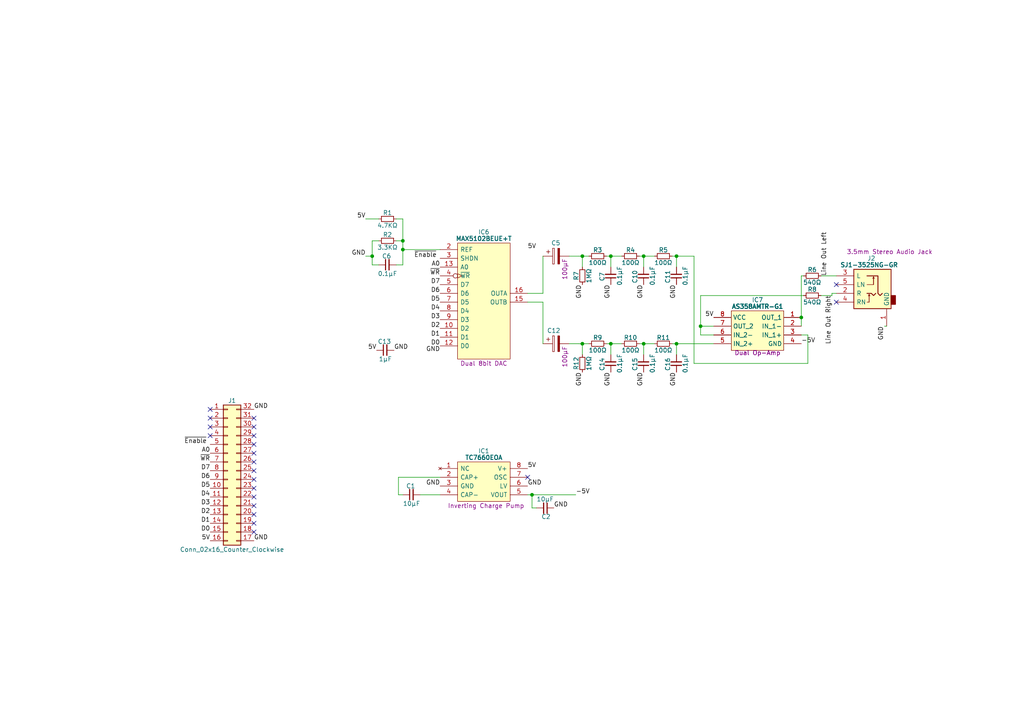
<source format=kicad_sch>
(kicad_sch (version 20230121) (generator eeschema)
  (paper "A4")
  (lib_symbols
    (symbol "CUI_Devices:SJ1-3525NG-GR" (pin_names (offset 0.762))
      (property "Reference" "J" (at 6.985 5.08 0))
      (property "Value" "SJ1-3525NG-GR" (at 7.62 3.175 0))
      (property "Description" "3.5mm Stereo Audio Jack" (at 3.175 -10.795 0))
      (symbol "SJ1-3525NG-GR_0_1"
        (rectangle (start 0 -5.715) (end 1.27 -8.255) (stroke (width 0.254)) (fill (type outline)))
        (rectangle (start 1.27 1.905) (end 12.065 -9.525) (stroke (width 0.254)) (fill (type background)))
      )
      (symbol "SJ1-3525NG-GR_1_0"
        (pin passive line (at 2.54 -14.605 90) (length 5.08) (name "GND") (number "1"))
        (pin input line (at 17.145 -5.08 180) (length 5.08) (name "R") (number "2"))
        (pin input line (at 17.145 0 180) (length 5.08) (name "L") (number "3"))
        (pin passive line (at 17.145 -7.62 180) (length 5.08) (name "RN") (number "4"))
        (pin passive line (at 17.145 -2.54 180) (length 5.08) (name "LN") (number "5"))
      )
      (symbol "SJ1-3525NG-GR_1_1"
        (polyline (pts (xy 6.35 -2.54) (xy 6.35 -0.254) (xy 6.604 -0.762)))
        (polyline (pts (xy 7.62 -7.62) (xy 7.62 -5.334) (xy 7.874 -5.842)))
        (polyline (pts (xy 5.715 -5.08) (xy 6.35 -5.715) (xy 6.985 -5.08) (xy 8.255 -5.08)) (stroke (width 0.254)))
        (polyline (pts (xy 8.255 -7.62) (xy 7.62 -7.62) (xy 7.62 -5.334) (xy 7.366 -5.842)))
        (polyline (pts (xy 8.255 -2.54) (xy 6.35 -2.54) (xy 6.35 -0.254) (xy 6.096 -0.762)))
        (polyline (pts (xy 8.255 0) (xy 5.08 0) (xy 5.08 -5.08) (xy 4.445 -5.715) (xy 3.81 -5.08)) (stroke (width 0.254)))
      )
    )
    (symbol "Connector_Generic:Conn_02x16_Counter_Clockwise" (pin_names (offset 1.016) hide)
      (property "Reference" "J" (at 1.27 20.32 0))
      (property "Value" "Conn_02x16_Counter_Clockwise" (at 1.27 -22.86 0))
      (symbol "Conn_02x16_Counter_Clockwise_1_1"
        (rectangle (start -1.27 -20.193) (end 0 -20.447) (stroke (width 0.1524)))
        (rectangle (start -1.27 -17.653) (end 0 -17.907) (stroke (width 0.1524)))
        (rectangle (start -1.27 -15.113) (end 0 -15.367) (stroke (width 0.1524)))
        (rectangle (start -1.27 -12.573) (end 0 -12.827) (stroke (width 0.1524)))
        (rectangle (start -1.27 -10.033) (end 0 -10.287) (stroke (width 0.1524)))
        (rectangle (start -1.27 -7.493) (end 0 -7.747) (stroke (width 0.1524)))
        (rectangle (start -1.27 -4.953) (end 0 -5.207) (stroke (width 0.1524)))
        (rectangle (start -1.27 -2.413) (end 0 -2.667) (stroke (width 0.1524)))
        (rectangle (start -1.27 0.127) (end 0 -0.127) (stroke (width 0.1524)))
        (rectangle (start -1.27 2.667) (end 0 2.413) (stroke (width 0.1524)))
        (rectangle (start -1.27 5.207) (end 0 4.953) (stroke (width 0.1524)))
        (rectangle (start -1.27 7.747) (end 0 7.493) (stroke (width 0.1524)))
        (rectangle (start -1.27 10.287) (end 0 10.033) (stroke (width 0.1524)))
        (rectangle (start -1.27 12.827) (end 0 12.573) (stroke (width 0.1524)))
        (rectangle (start -1.27 15.367) (end 0 15.113) (stroke (width 0.1524)))
        (rectangle (start -1.27 17.907) (end 0 17.653) (stroke (width 0.1524)))
        (rectangle (start -1.27 19.05) (end 3.81 -21.59) (stroke (width 0.254)) (fill (type background)))
        (rectangle (start 3.81 -20.193) (end 2.54 -20.447) (stroke (width 0.1524)))
        (rectangle (start 3.81 -17.653) (end 2.54 -17.907) (stroke (width 0.1524)))
        (rectangle (start 3.81 -15.113) (end 2.54 -15.367) (stroke (width 0.1524)))
        (rectangle (start 3.81 -12.573) (end 2.54 -12.827) (stroke (width 0.1524)))
        (rectangle (start 3.81 -10.033) (end 2.54 -10.287) (stroke (width 0.1524)))
        (rectangle (start 3.81 -7.493) (end 2.54 -7.747) (stroke (width 0.1524)))
        (rectangle (start 3.81 -4.953) (end 2.54 -5.207) (stroke (width 0.1524)))
        (rectangle (start 3.81 -2.413) (end 2.54 -2.667) (stroke (width 0.1524)))
        (rectangle (start 3.81 0.127) (end 2.54 -0.127) (stroke (width 0.1524)))
        (rectangle (start 3.81 2.667) (end 2.54 2.413) (stroke (width 0.1524)))
        (rectangle (start 3.81 5.207) (end 2.54 4.953) (stroke (width 0.1524)))
        (rectangle (start 3.81 7.747) (end 2.54 7.493) (stroke (width 0.1524)))
        (rectangle (start 3.81 10.287) (end 2.54 10.033) (stroke (width 0.1524)))
        (rectangle (start 3.81 12.827) (end 2.54 12.573) (stroke (width 0.1524)))
        (rectangle (start 3.81 15.367) (end 2.54 15.113) (stroke (width 0.1524)))
        (rectangle (start 3.81 17.907) (end 2.54 17.653) (stroke (width 0.1524)))
        (pin passive line (at -5.08 17.78 0) (length 3.81) (name "Pin_1") (number "1"))
        (pin passive line (at -5.08 -5.08 0) (length 3.81) (name "Pin_10") (number "10"))
        (pin passive line (at -5.08 -7.62 0) (length 3.81) (name "Pin_11") (number "11"))
        (pin passive line (at -5.08 -10.16 0) (length 3.81) (name "Pin_12") (number "12"))
        (pin passive line (at -5.08 -12.7 0) (length 3.81) (name "Pin_13") (number "13"))
        (pin passive line (at -5.08 -15.24 0) (length 3.81) (name "Pin_14") (number "14"))
        (pin passive line (at -5.08 -17.78 0) (length 3.81) (name "Pin_15") (number "15"))
        (pin passive line (at -5.08 -20.32 0) (length 3.81) (name "Pin_16") (number "16"))
        (pin passive line (at 7.62 -20.32 180) (length 3.81) (name "Pin_17") (number "17"))
        (pin passive line (at 7.62 -17.78 180) (length 3.81) (name "Pin_18") (number "18"))
        (pin passive line (at 7.62 -15.24 180) (length 3.81) (name "Pin_19") (number "19"))
        (pin passive line (at -5.08 15.24 0) (length 3.81) (name "Pin_2") (number "2"))
        (pin passive line (at 7.62 -12.7 180) (length 3.81) (name "Pin_20") (number "20"))
        (pin passive line (at 7.62 -10.16 180) (length 3.81) (name "Pin_21") (number "21"))
        (pin passive line (at 7.62 -7.62 180) (length 3.81) (name "Pin_22") (number "22"))
        (pin passive line (at 7.62 -5.08 180) (length 3.81) (name "Pin_23") (number "23"))
        (pin passive line (at 7.62 -2.54 180) (length 3.81) (name "Pin_24") (number "24"))
        (pin passive line (at 7.62 0 180) (length 3.81) (name "Pin_25") (number "25"))
        (pin passive line (at 7.62 2.54 180) (length 3.81) (name "Pin_26") (number "26"))
        (pin passive line (at 7.62 5.08 180) (length 3.81) (name "Pin_27") (number "27"))
        (pin passive line (at 7.62 7.62 180) (length 3.81) (name "Pin_28") (number "28"))
        (pin passive line (at 7.62 10.16 180) (length 3.81) (name "Pin_29") (number "29"))
        (pin passive line (at -5.08 12.7 0) (length 3.81) (name "Pin_3") (number "3"))
        (pin passive line (at 7.62 12.7 180) (length 3.81) (name "Pin_30") (number "30"))
        (pin passive line (at 7.62 15.24 180) (length 3.81) (name "Pin_31") (number "31"))
        (pin passive line (at 7.62 17.78 180) (length 3.81) (name "Pin_32") (number "32"))
        (pin passive line (at -5.08 10.16 0) (length 3.81) (name "Pin_4") (number "4"))
        (pin passive line (at -5.08 7.62 0) (length 3.81) (name "Pin_5") (number "5"))
        (pin passive line (at -5.08 5.08 0) (length 3.81) (name "Pin_6") (number "6"))
        (pin passive line (at -5.08 2.54 0) (length 3.81) (name "Pin_7") (number "7"))
        (pin passive line (at -5.08 0 0) (length 3.81) (name "Pin_8") (number "8"))
        (pin passive line (at -5.08 -2.54 0) (length 3.81) (name "Pin_9") (number "9"))
      )
    )
    (symbol "Diodes_Inc:AS358AMTR-G1"
      (property "Reference" "IC" (at 12.7 5.08 0))
      (property "Value" "AS358AMTR-G1" (at 12.7 3.175 0))
      (property "Description" "Dual Op-Amp" (at 12.7 -9.525 0))
      (symbol "AS358AMTR-G1_0_1"
        (polyline (pts (xy 5.08 1.905) (xy 20.32 1.905) (xy 20.32 -9.525) (xy 5.08 -9.525) (xy 5.08 1.905)) (stroke (width 0.1524)) (fill (type background)))
      )
      (symbol "AS358AMTR-G1_1_1"
        (pin output line (at 0 0 0) (length 5.08) (name "OUT_1") (number "1"))
        (pin input line (at 0 -2.54 0) (length 5.08) (name "IN_1-") (number "2"))
        (pin input line (at 0 -5.08 0) (length 5.08) (name "IN_1+") (number "3"))
        (pin passive line (at 0 -7.62 0) (length 5.08) (name "GND") (number "4"))
        (pin input line (at 25.4 -7.62 180) (length 5.08) (name "IN_2+") (number "5"))
        (pin input line (at 25.4 -5.08 180) (length 5.08) (name "IN_2-") (number "6"))
        (pin output line (at 25.4 -2.54 180) (length 5.08) (name "OUT_2") (number "7"))
        (pin passive line (at 25.4 0 180) (length 5.08) (name "VCC") (number "8"))
      )
    )
    (symbol "HCP65:C_0805" (pin_numbers hide) (pin_names (offset 0.254) hide)
      (property "Reference" "C" (at 2.286 2.54 0))
      (property "Value" "?μF" (at 2.54 -2.54 0))
      (symbol "C_0805_0_1"
        (polyline (pts (xy 1.9685 -1.4605) (xy 1.9685 1.5875)) (stroke (width 0.3048)))
        (polyline (pts (xy 2.9845 -1.4605) (xy 2.9845 1.5875)) (stroke (width 0.3302)))
      )
      (symbol "C_0805_1_1"
        (pin passive line (at 0 0 0) (length 2.032) (name "~") (number "1"))
        (pin passive line (at 5.08 0 180) (length 2.032) (name "~") (number "2"))
      )
    )
    (symbol "HCP65:C_Polarized" (pin_numbers hide) (pin_names (offset 0.254))
      (property "Reference" "C" (at 0.635 2.54 0))
      (property "Description" "?μF" (at 0.635 -2.54 0))
      (symbol "C_Polarized_0_1"
        (rectangle (start -2.286 0.508) (end 2.286 1.016))
        (polyline (pts (xy -1.778 2.286) (xy -0.762 2.286)))
        (polyline (pts (xy -1.27 2.794) (xy -1.27 1.778)))
        (rectangle (start 2.286 -0.508) (end -2.286 -1.016) (fill (type outline)))
      )
      (symbol "C_Polarized_1_1"
        (pin passive line (at 0 3.81 270) (length 2.794) (name "~") (number "1"))
        (pin passive line (at 0 -3.81 90) (length 2.794) (name "~") (number "2"))
      )
    )
    (symbol "HCP65:R_0805" (pin_numbers hide) (pin_names hide)
      (property "Reference" "R" (at 2.54 1.778 0))
      (property "Value" "?Ω" (at 2.54 -1.905 0))
      (symbol "R_0805_0_1"
        (rectangle (start 0.762 0.762) (end 4.318 -0.762) (stroke (width 0.2032)))
      )
      (symbol "R_0805_1_1"
        (pin passive line (at 0 0 0) (length 0.72) (name "~") (number "1"))
        (pin passive line (at 5.08 0 180) (length 0.72) (name "~") (number "2"))
      )
    )
    (symbol "Maxim:MAX5102BEUE+T" (pin_names (offset 0.762))
      (property "Reference" "IC" (at 12.7 5.08 0))
      (property "Value" "MAX5102BEUE+T" (at 12.7 3.175 0))
      (property "Description" "Dual 8bit DAC" (at 12.7 -33.02 0))
      (symbol "MAX5102BEUE+T_0_0"
        (pin passive line (at 25.4 0 180) (length 5.08) hide (name "VDD") (number "1"))
        (pin input line (at 0 -22.86 0) (length 5.08) (name "D2") (number "10"))
        (pin input line (at 0 -25.4 0) (length 5.08) (name "D1") (number "11"))
        (pin input line (at 0 -27.94 0) (length 5.08) (name "D0") (number "12"))
        (pin input line (at 0 -5.08 0) (length 5.08) (name "A0") (number "13"))
        (pin passive line (at 0 -29.845 0) (length 5.08) hide (name "GND") (number "14"))
        (pin output line (at 25.4 -15.24 180) (length 5.08) (name "OUTB") (number "15"))
        (pin output line (at 25.4 -12.7 180) (length 5.08) (name "OUTA") (number "16"))
        (pin input line (at 0 0 0) (length 5.08) (name "REF") (number "2"))
        (pin input line (at 0 -2.54 0) (length 5.08) (name "SHDN") (number "3"))
        (pin input line (at 0 -10.16 0) (length 5.08) (name "D7") (number "5"))
        (pin input line (at 0 -12.7 0) (length 5.08) (name "D6") (number "6"))
        (pin input line (at 0 -15.24 0) (length 5.08) (name "D5") (number "7"))
        (pin input line (at 0 -17.78 0) (length 5.08) (name "D4") (number "8"))
        (pin input line (at 0 -20.32 0) (length 5.08) (name "D3") (number "9"))
      )
      (symbol "MAX5102BEUE+T_0_1"
        (polyline (pts (xy 5.08 1.905) (xy 20.32 1.905) (xy 20.32 -31.75) (xy 5.08 -31.75) (xy 5.08 1.905)) (stroke (width 0.1524)) (fill (type background)))
      )
      (symbol "MAX5102BEUE+T_1_0"
        (pin input inverted_clock (at 0 -7.62 0) (length 5.08) (name "~{WR}") (number "4"))
      )
    )
    (symbol "Microchip:TC7660EOA" (pin_names (offset 0.762))
      (property "Reference" "IC" (at 12.7 5.08 0))
      (property "Value" "TC7660EOA" (at 12.7 3.175 0))
      (property "Description" "Inverting Charge Pump" (at 13.335 -10.795 0))
      (symbol "TC7660EOA_0_0"
        (pin no_connect line (at 0 0 0) (length 5.08) (name "NC") (number "1"))
        (pin passive line (at 0 -2.54 0) (length 5.08) (name "CAP+") (number "2"))
        (pin passive line (at 0 -5.08 0) (length 5.08) (name "GND") (number "3"))
        (pin passive line (at 0 -7.62 0) (length 5.08) (name "CAP-") (number "4"))
        (pin passive line (at 25.4 -7.62 180) (length 5.08) (name "VOUT") (number "5"))
        (pin passive line (at 25.4 -5.08 180) (length 5.08) (name "LV") (number "6"))
        (pin passive line (at 25.4 -2.54 180) (length 5.08) (name "OSC") (number "7"))
        (pin passive line (at 25.4 0 180) (length 5.08) (name "V+") (number "8"))
      )
      (symbol "TC7660EOA_0_1"
        (polyline (pts (xy 5.08 1.905) (xy 20.32 1.905) (xy 20.32 -9.525) (xy 5.08 -9.525) (xy 5.08 1.905)) (stroke (width 0.1524)) (fill (type background)))
      )
    )
    (symbol "R_0805_1" (pin_numbers hide) (pin_names hide)
      (property "Reference" "R" (at 2.54 1.778 0))
      (property "Value" "?Ω" (at 2.54 -1.905 0))
      (symbol "R_0805_1_0_1"
        (rectangle (start 0.762 0.762) (end 4.318 -0.762) (stroke (width 0.2032)))
      )
      (symbol "R_0805_1_1_1"
        (pin passive line (at 0 0 0) (length 0.72) (name "~") (number "1"))
        (pin passive line (at 5.08 0 180) (length 0.72) (name "~") (number "2"))
      )
    )
    (symbol "R_0805_10" (pin_numbers hide) (pin_names hide)
      (property "Reference" "R" (at 2.54 1.778 0))
      (property "Value" "?Ω" (at 2.54 -1.905 0))
      (symbol "R_0805_10_0_1"
        (rectangle (start 0.762 0.762) (end 4.318 -0.762) (stroke (width 0.2032)))
      )
      (symbol "R_0805_10_1_1"
        (pin passive line (at 0 0 0) (length 0.72) (name "~") (number "1"))
        (pin passive line (at 5.08 0 180) (length 0.72) (name "~") (number "2"))
      )
    )
    (symbol "R_0805_2" (pin_numbers hide) (pin_names hide)
      (property "Reference" "R" (at 2.54 1.778 0))
      (property "Value" "?Ω" (at 2.54 -1.905 0))
      (symbol "R_0805_2_0_1"
        (rectangle (start 0.762 0.762) (end 4.318 -0.762) (stroke (width 0.2032)))
      )
      (symbol "R_0805_2_1_1"
        (pin passive line (at 0 0 0) (length 0.72) (name "~") (number "1"))
        (pin passive line (at 5.08 0 180) (length 0.72) (name "~") (number "2"))
      )
    )
    (symbol "R_0805_3" (pin_numbers hide) (pin_names hide)
      (property "Reference" "R" (at 2.54 1.778 0))
      (property "Value" "?Ω" (at 2.54 -1.905 0))
      (symbol "R_0805_3_0_1"
        (rectangle (start 0.762 0.762) (end 4.318 -0.762) (stroke (width 0.2032)))
      )
      (symbol "R_0805_3_1_1"
        (pin passive line (at 0 0 0) (length 0.72) (name "~") (number "1"))
        (pin passive line (at 5.08 0 180) (length 0.72) (name "~") (number "2"))
      )
    )
    (symbol "R_0805_4" (pin_numbers hide) (pin_names hide)
      (property "Reference" "R" (at 2.54 1.778 0))
      (property "Value" "?Ω" (at 2.54 -1.905 0))
      (symbol "R_0805_4_0_1"
        (rectangle (start 0.762 0.762) (end 4.318 -0.762) (stroke (width 0.2032)))
      )
      (symbol "R_0805_4_1_1"
        (pin passive line (at 0 0 0) (length 0.72) (name "~") (number "1"))
        (pin passive line (at 5.08 0 180) (length 0.72) (name "~") (number "2"))
      )
    )
    (symbol "R_0805_5" (pin_numbers hide) (pin_names hide)
      (property "Reference" "R" (at 2.54 1.778 0))
      (property "Value" "?Ω" (at 2.54 -1.905 0))
      (symbol "R_0805_5_0_1"
        (rectangle (start 0.762 0.762) (end 4.318 -0.762) (stroke (width 0.2032)))
      )
      (symbol "R_0805_5_1_1"
        (pin passive line (at 0 0 0) (length 0.72) (name "~") (number "1"))
        (pin passive line (at 5.08 0 180) (length 0.72) (name "~") (number "2"))
      )
    )
    (symbol "R_0805_6" (pin_numbers hide) (pin_names hide)
      (property "Reference" "R" (at 2.54 1.778 0))
      (property "Value" "?Ω" (at 2.54 -1.905 0))
      (symbol "R_0805_6_0_1"
        (rectangle (start 0.762 0.762) (end 4.318 -0.762) (stroke (width 0.2032)))
      )
      (symbol "R_0805_6_1_1"
        (pin passive line (at 0 0 0) (length 0.72) (name "~") (number "1"))
        (pin passive line (at 5.08 0 180) (length 0.72) (name "~") (number "2"))
      )
    )
    (symbol "R_0805_7" (pin_numbers hide) (pin_names hide)
      (property "Reference" "R" (at 2.54 1.778 0))
      (property "Value" "?Ω" (at 2.54 -1.905 0))
      (symbol "R_0805_7_0_1"
        (rectangle (start 0.762 0.762) (end 4.318 -0.762) (stroke (width 0.2032)))
      )
      (symbol "R_0805_7_1_1"
        (pin passive line (at 0 0 0) (length 0.72) (name "~") (number "1"))
        (pin passive line (at 5.08 0 180) (length 0.72) (name "~") (number "2"))
      )
    )
    (symbol "R_0805_8" (pin_numbers hide) (pin_names hide)
      (property "Reference" "R" (at 2.54 1.778 0))
      (property "Value" "?Ω" (at 2.54 -1.905 0))
      (symbol "R_0805_8_0_1"
        (rectangle (start 0.762 0.762) (end 4.318 -0.762) (stroke (width 0.2032)))
      )
      (symbol "R_0805_8_1_1"
        (pin passive line (at 0 0 0) (length 0.72) (name "~") (number "1"))
        (pin passive line (at 5.08 0 180) (length 0.72) (name "~") (number "2"))
      )
    )
    (symbol "R_0805_9" (pin_numbers hide) (pin_names hide)
      (property "Reference" "R" (at 2.54 1.778 0))
      (property "Value" "?Ω" (at 2.54 -1.905 0))
      (symbol "R_0805_9_0_1"
        (rectangle (start 0.762 0.762) (end 4.318 -0.762) (stroke (width 0.2032)))
      )
      (symbol "R_0805_9_1_1"
        (pin passive line (at 0 0 0) (length 0.72) (name "~") (number "1"))
        (pin passive line (at 5.08 0 180) (length 0.72) (name "~") (number "2"))
      )
    )
  )
  (junction (at 168.91 99.695))
  (junction (at 196.215 99.695))
  (junction (at 186.69 74.295))
  (junction (at 177.165 99.695))
  (junction (at 116.84 69.85))
  (junction (at 203.2 94.615))
  (junction (at 177.165 74.295))
  (junction (at 168.91 74.295))
  (junction (at 107.95 74.295))
  (junction (at 232.41 92.075))
  (junction (at 154.305 143.51))
  (junction (at 116.84 72.39))
  (junction (at 196.215 74.295))
  (junction (at 186.69 99.695))
  (no_connect (at 73.66 131.445))
  (no_connect (at 73.66 123.825))
  (no_connect (at 73.66 133.985))
  (no_connect (at 60.96 118.745))
  (no_connect (at 60.96 126.365))
  (no_connect (at 73.66 139.065))
  (no_connect (at 73.66 154.305))
  (no_connect (at 73.66 144.145))
  (no_connect (at 73.66 121.285))
  (no_connect (at 242.57 87.63))
  (no_connect (at 153.035 138.43))
  (no_connect (at 73.66 128.905))
  (no_connect (at 60.96 123.825))
  (no_connect (at 73.66 146.685))
  (no_connect (at 73.66 149.225))
  (no_connect (at 73.66 136.525))
  (no_connect (at 60.96 121.285))
  (no_connect (at 73.66 141.605))
  (no_connect (at 73.66 151.765))
  (no_connect (at 242.57 82.55))
  (no_connect (at 73.66 126.365))
  (wire (pts (xy 107.95 76.835) (xy 109.855 76.835)))
  (wire (pts (xy 165.1 74.295) (xy 168.91 74.295)))
  (wire (pts (xy 242.57 85.09) (xy 241.3 85.09)))
  (wire (pts (xy 114.935 76.835) (xy 116.84 76.835)))
  (wire (pts (xy 203.2 97.155) (xy 207.01 97.155)))
  (wire (pts (xy 153.035 85.09) (xy 157.48 85.09)))
  (wire (pts (xy 180.34 99.695) (xy 177.165 99.695)))
  (wire (pts (xy 257.175 94.615) (xy 256.54 94.615)))
  (wire (pts (xy 154.305 143.51) (xy 167.005 143.51)))
  (wire (pts (xy 194.945 74.295) (xy 196.215 74.295)))
  (wire (pts (xy 232.41 80.01) (xy 233.045 80.01)))
  (wire (pts (xy 194.945 99.695) (xy 196.215 99.695)))
  (wire (pts (xy 186.69 74.295) (xy 186.69 77.47)))
  (wire (pts (xy 116.84 72.39) (xy 116.84 69.85)))
  (wire (pts (xy 196.215 99.695) (xy 196.215 102.87)))
  (wire (pts (xy 170.815 99.695) (xy 168.91 99.695)))
  (wire (pts (xy 232.41 80.01) (xy 232.41 92.075)))
  (wire (pts (xy 157.48 74.295) (xy 157.48 85.09)))
  (wire (pts (xy 203.2 85.725) (xy 233.045 85.725)))
  (wire (pts (xy 238.125 80.01) (xy 242.57 80.01)))
  (wire (pts (xy 157.48 99.695) (xy 157.48 87.63)))
  (wire (pts (xy 196.215 74.295) (xy 201.295 74.295)))
  (wire (pts (xy 114.935 69.85) (xy 116.84 69.85)))
  (wire (pts (xy 116.84 72.39) (xy 127.635 72.39)))
  (wire (pts (xy 154.305 147.32) (xy 154.305 143.51)))
  (wire (pts (xy 186.69 99.695) (xy 186.69 102.87)))
  (wire (pts (xy 121.92 143.51) (xy 127.635 143.51)))
  (wire (pts (xy 114.935 63.5) (xy 116.84 63.5)))
  (wire (pts (xy 189.865 99.695) (xy 186.69 99.695)))
  (wire (pts (xy 106.045 63.5) (xy 109.855 63.5)))
  (wire (pts (xy 106.045 74.295) (xy 107.95 74.295)))
  (wire (pts (xy 175.895 99.695) (xy 177.165 99.695)))
  (wire (pts (xy 115.57 138.43) (xy 115.57 143.51)))
  (wire (pts (xy 201.295 74.295) (xy 201.295 105.41)))
  (wire (pts (xy 153.035 143.51) (xy 154.305 143.51)))
  (wire (pts (xy 196.215 74.295) (xy 196.215 77.47)))
  (wire (pts (xy 107.95 69.85) (xy 109.855 69.85)))
  (wire (pts (xy 203.2 94.615) (xy 203.2 85.725)))
  (wire (pts (xy 241.3 85.09) (xy 241.3 85.725)))
  (wire (pts (xy 175.895 74.295) (xy 177.165 74.295)))
  (wire (pts (xy 115.57 143.51) (xy 116.84 143.51)))
  (wire (pts (xy 185.42 74.295) (xy 186.69 74.295)))
  (wire (pts (xy 234.315 105.41) (xy 234.315 97.155)))
  (wire (pts (xy 232.41 97.155) (xy 234.315 97.155)))
  (wire (pts (xy 203.2 94.615) (xy 207.01 94.615)))
  (wire (pts (xy 168.91 77.47) (xy 168.91 74.295)))
  (wire (pts (xy 177.165 99.695) (xy 177.165 102.87)))
  (wire (pts (xy 116.84 63.5) (xy 116.84 69.85)))
  (wire (pts (xy 201.295 105.41) (xy 234.315 105.41)))
  (wire (pts (xy 189.865 74.295) (xy 186.69 74.295)))
  (wire (pts (xy 196.215 99.695) (xy 207.01 99.695)))
  (wire (pts (xy 203.2 94.615) (xy 203.2 97.155)))
  (wire (pts (xy 170.815 74.295) (xy 168.91 74.295)))
  (wire (pts (xy 116.84 72.39) (xy 116.84 76.835)))
  (wire (pts (xy 107.95 69.85) (xy 107.95 74.295)))
  (wire (pts (xy 107.95 74.295) (xy 107.95 76.835)))
  (wire (pts (xy 155.575 147.32) (xy 154.305 147.32)))
  (wire (pts (xy 180.34 74.295) (xy 177.165 74.295)))
  (wire (pts (xy 115.57 138.43) (xy 127.635 138.43)))
  (wire (pts (xy 232.41 92.075) (xy 232.41 94.615)))
  (wire (pts (xy 185.42 99.695) (xy 186.69 99.695)))
  (wire (pts (xy 153.035 87.63) (xy 157.48 87.63)))
  (wire (pts (xy 238.125 85.725) (xy 241.3 85.725)))
  (wire (pts (xy 177.165 74.295) (xy 177.165 77.47)))
  (wire (pts (xy 165.1 99.695) (xy 168.91 99.695)))
  (wire (pts (xy 168.91 102.87) (xy 168.91 99.695)))
  (label "D1" (at 127.635 97.79 180))
  (label "GND" (at 177.165 82.55 270))
  (label "5V" (at 106.045 63.5 180))
  (label "GND" (at 186.69 82.55 270))
  (label "5V" (at 153.035 72.39 0))
  (label "D3" (at 60.96 146.685 180))
  (label "GND" (at 196.215 107.95 270))
  (label "5V" (at 207.01 92.075 180))
  (label "5V" (at 60.96 156.845 180))
  (label "GND" (at 127.635 102.235 180))
  (label "GND" (at 196.215 82.55 270))
  (label "D2" (at 60.96 149.225 180))
  (label "GND" (at 256.54 94.615 270))
  (label "D7" (at 60.96 136.525 180))
  (label "D0" (at 60.96 154.305 180))
  (label "5V" (at 109.22 101.6 180))
  (label "GND" (at 106.045 74.295 180))
  (label "GND" (at 168.91 82.55 270))
  (label "GND" (at 160.655 147.32 0))
  (label "D6" (at 127.635 85.09 180))
  (label "D5" (at 127.635 87.63 180))
  (label "Line Out Right" (at 241.3 85.725 270))
  (label "-5V" (at 232.41 99.695 0))
  (label "D4" (at 60.96 144.145 180))
  (label "~{Enable} " (at 60.96 128.905 180))
  (label "GND" (at 168.91 107.95 270))
  (label "~{WR}" (at 60.96 133.985 180))
  (label "A0" (at 127.635 77.47 180))
  (label "GND" (at 177.165 107.95 270))
  (label "GND" (at 186.69 107.95 270))
  (label "~{Enable} " (at 127.635 74.93 180))
  (label "-5V" (at 167.005 143.51 0))
  (label "D1" (at 60.96 151.765 180))
  (label "D3" (at 127.635 92.71 180))
  (label "GND" (at 127.635 140.97 180))
  (label "D5" (at 60.96 141.605 180))
  (label "5V" (at 153.035 135.89 0))
  (label "Line Out Left" (at 240.03 80.01 90))
  (label "A0" (at 60.96 131.445 180))
  (label "D0" (at 127.635 100.33 180))
  (label "D4" (at 127.635 90.17 180))
  (label "D6" (at 60.96 139.065 180))
  (label "GND" (at 73.66 156.845 0))
  (label "GND" (at 73.66 118.745 0))
  (label "GND" (at 114.3 101.6 0))
  (label "D7" (at 127.635 82.55 180))
  (label "~{WR}" (at 127.635 80.01 180))
  (label "D2" (at 127.635 95.25 180))
  (label "GND" (at 153.035 140.97 0))
  (symbol (lib_id "Maxim:MAX5102BEUE+T") (at 127.635 72.39 0) (unit 1)
    (property "Reference" "IC6" (at 140.335 67.31 0))
    (property "Value" "MAX5102BEUE+T" (at 140.335 69.215 0) (effects (font bold)))
    (property "Footprint" "SOP65P640X110-16N" (effects hide))
    (property "Datasheet" "https://pdfserv.maximintegrated.com/package_dwgs/21-0066.PDF" (effects hide))
    (property "Description" "Dual 8bit DAC" (at 140.335 105.41 0))
    (property "Height" "1.1" (effects hide))
    (property "Manufacturer_Name" "Analog Devices" (effects hide))
    (property "Manufacturer_Part_Number" "MAX5102BEUE+T" (effects hide))
    (property "Mouser Part Number" "700-MAX5102BEUET" (effects hide))
    (property "Mouser Price/Stock" "https://www.mouser.co.uk/ProductDetail/Maxim-Integrated/MAX5102BEUE%2bT?qs=wTZ%2FFzl837bmVjuKxg2mFA%3D%3D" (effects hide))
    (property "Silkscreen" "MAX5102B" (effects hide))
  )
  (symbol (lib_name "R_0805_2") (lib_id "HCP65:R_0805") (at 109.855 69.85 0) (unit 1)
    (property "Reference" "R2" (at 112.395 68.072 0))
    (property "Value" "3.3KΩ" (at 112.395 71.755 0))
    (property "Footprint" "SamacSys_Parts:R_0805" (effects hide))
  )
  (symbol (lib_id "HCP65:R_0805") (at 168.91 82.55 90) (unit 1)
    (property "Reference" "R7" (at 167.132 80.01 0))
    (property "Value" "1MΩ" (at 170.815 80.01 0))
    (property "Footprint" "SamacSys_Parts:R_0805" (effects hide))
  )
  (symbol (lib_id "HCP65:C_0805") (at 196.215 82.55 90) (unit 1)
    (property "Reference" "C11" (at 193.675 80.264 0))
    (property "Value" "0.1μF" (at 198.755 80.01 0))
    (property "Footprint" "SamacSys_Parts:C_0805" (effects hide))
  )
  (symbol (lib_id "Connector_Generic:Conn_02x16_Counter_Clockwise") (at 66.04 136.525 0) (unit 1)
    (property "Reference" "J1" (at 67.31 116.205 0))
    (property "Value" "Conn_02x16_Counter_Clockwise" (at 67.31 159.385 0))
    (property "Footprint" "SamacSys_Parts:DIP-32_Board_W22.86mm" (effects hide))
  )
  (symbol (lib_id "HCP65:R_0805") (at 168.91 107.95 90) (unit 1)
    (property "Reference" "R12" (at 167.132 105.41 0))
    (property "Value" "1MΩ" (at 170.815 105.41 0))
    (property "Footprint" "SamacSys_Parts:R_0805" (effects hide))
  )
  (symbol (lib_id "Microchip:TC7660EOA") (at 127.635 135.89 0) (unit 1)
    (property "Reference" "IC1" (at 140.335 130.81 0))
    (property "Value" "TC7660EOA" (at 140.335 132.715 0) (effects (font bold)))
    (property "Footprint" "SOIC127P600X175-8N" (effects hide))
    (property "Datasheet" "https://ww1.microchip.com/downloads/en/devicedoc/21465c.pdf" (effects hide))
    (property "Description" "Inverting Charge Pump" (at 140.97 146.685 0))
    (property "Height" "1.75" (effects hide))
    (property "Manufacturer_Name" "Microchip" (effects hide))
    (property "Manufacturer_Part_Number" "TC7660EOA" (effects hide))
    (property "Mouser Part Number" "579-TC7660EOA" (effects hide))
    (property "Mouser Price/Stock" "https://www.mouser.co.uk/ProductDetail/Microchip-Technology/TC7660EOA?qs=gZwDaUDMhIfP43HT5xqUZA%3D%3D" (effects hide))
    (property "Arrow Part Number" "TC7660EOA" (effects hide))
    (property "Arrow Price/Stock" "https://www.arrow.com/en/products/tc7660eoa/microchip-technology?region=nac" (effects hide))
    (property "Silkscreen" "TC7660" (effects hide))
  )
  (symbol (lib_id "HCP65:C_0805") (at 196.215 107.95 90) (unit 1)
    (property "Reference" "C16" (at 193.675 105.664 0))
    (property "Value" "0.1μF" (at 198.755 105.41 0))
    (property "Footprint" "SamacSys_Parts:C_0805" (effects hide))
  )
  (symbol (lib_id "HCP65:C_0805") (at 177.165 107.95 90) (unit 1)
    (property "Reference" "C14" (at 174.625 105.664 0))
    (property "Value" "0.1μF" (at 179.705 105.41 0))
    (property "Footprint" "SamacSys_Parts:C_0805" (effects hide))
  )
  (symbol (lib_id "HCP65:C_0805") (at 109.855 76.835 0) (unit 1)
    (property "Reference" "C6" (at 112.141 74.295 0))
    (property "Value" "0.1μF" (at 112.395 79.375 0))
    (property "Footprint" "SamacSys_Parts:C_0805" (effects hide))
  )
  (symbol (lib_name "R_0805_5") (lib_id "HCP65:R_0805") (at 189.865 74.295 0) (unit 1)
    (property "Reference" "R5" (at 192.405 72.517 0))
    (property "Value" "100Ω" (at 192.405 76.2 0))
    (property "Footprint" "SamacSys_Parts:R_0805" (effects hide))
  )
  (symbol (lib_name "R_0805_10") (lib_id "HCP65:R_0805") (at 233.045 85.725 0) (unit 1)
    (property "Reference" "R8" (at 235.585 83.947 0))
    (property "Value" "540Ω" (at 235.585 87.63 0))
    (property "Footprint" "SamacSys_Parts:R_0805" (effects hide))
  )
  (symbol (lib_id "HCP65:C_0805") (at 186.69 107.95 90) (unit 1)
    (property "Reference" "C15" (at 184.15 105.664 0))
    (property "Value" "0.1μF" (at 189.23 105.41 0))
    (property "Footprint" "SamacSys_Parts:C_0805" (effects hide))
  )
  (symbol (lib_id "HCP65:C_0805") (at 177.165 82.55 90) (unit 1)
    (property "Reference" "C7" (at 174.625 80.264 0))
    (property "Value" "0.1μF" (at 179.705 80.01 0))
    (property "Footprint" "SamacSys_Parts:C_0805" (effects hide))
  )
  (symbol (lib_id "HCP65:C_Polarized") (at 161.29 99.695 90) (mirror x) (unit 1)
    (property "Reference" "C12" (at 162.56 95.885 90) (effects (justify left)))
    (property "Value" "C_Polarized" (effects hide))
    (property "Footprint" "Capacitor_THT:CP_Radial_D4.0mm_P2.00mm" (effects hide))
    (property "Description" "100μF" (at 163.83 100.33 0) (effects (justify left)))
  )
  (symbol (lib_id "HCP65:C_0805") (at 116.84 143.51 0) (unit 1)
    (property "Reference" "C1" (at 119.126 140.97 0))
    (property "Value" "10µF" (at 116.84 146.05 0) (effects (justify left)))
    (property "Footprint" "SamacSys_Parts:C_0805" (effects hide))
  )
  (symbol (lib_id "HCP65:C_0805") (at 186.69 82.55 90) (unit 1)
    (property "Reference" "C10" (at 184.15 80.264 0))
    (property "Value" "0.1μF" (at 189.23 80.01 0))
    (property "Footprint" "SamacSys_Parts:C_0805" (effects hide))
  )
  (symbol (lib_name "R_0805_1") (lib_id "HCP65:R_0805") (at 109.855 63.5 0) (unit 1)
    (property "Reference" "R1" (at 112.395 61.722 0))
    (property "Value" "4.7KΩ" (at 112.395 65.405 0))
    (property "Footprint" "SamacSys_Parts:R_0805" (effects hide))
  )
  (symbol (lib_name "R_0805_8") (lib_id "HCP65:R_0805") (at 189.865 99.695 0) (unit 1)
    (property "Reference" "R11" (at 192.405 97.917 0))
    (property "Value" "100Ω" (at 192.405 101.6 0))
    (property "Footprint" "SamacSys_Parts:R_0805" (effects hide))
  )
  (symbol (lib_name "R_0805_3") (lib_id "HCP65:R_0805") (at 180.34 74.295 0) (unit 1)
    (property "Reference" "R4" (at 182.88 72.517 0))
    (property "Value" "100Ω" (at 182.88 76.2 0))
    (property "Footprint" "SamacSys_Parts:R_0805" (effects hide))
  )
  (symbol (lib_name "R_0805_9") (lib_id "HCP65:R_0805") (at 233.045 80.01 0) (unit 1)
    (property "Reference" "R6" (at 235.585 78.232 0))
    (property "Value" "540Ω" (at 235.585 81.915 0))
    (property "Footprint" "SamacSys_Parts:R_0805" (effects hide))
  )
  (symbol (lib_name "R_0805_6") (lib_id "HCP65:R_0805") (at 170.815 74.295 0) (unit 1)
    (property "Reference" "R3" (at 173.355 72.517 0))
    (property "Value" "100Ω" (at 173.355 76.2 0))
    (property "Footprint" "SamacSys_Parts:R_0805" (effects hide))
  )
  (symbol (lib_id "Diodes_Inc:AS358AMTR-G1") (at 232.41 92.075 0) (mirror y) (unit 1)
    (property "Reference" "IC7" (at 219.71 86.995 0))
    (property "Value" "AS358AMTR-G1" (at 219.71 88.9 0) (effects (font bold)))
    (property "Footprint" "SamacSys_Parts:SOIC127P600X175-8N" (effects hide))
    (property "Description" "Dual Op-Amp" (at 219.71 101.6 0) (effects (justify top)))
    (property "Height" "1.75" (effects hide))
    (property "Manufacturer_Name" "Diodes Inc." (effects hide))
    (property "Manufacturer_Part_Number" "AS358AMTR-G1" (effects hide))
    (property "Mouser Part Number" "621-AS358AMTR-G1" (effects hide))
    (property "Mouser Price/Stock" "https://www.mouser.co.uk/ProductDetail/Diodes-Incorporated/AS358AMTR-G1?qs=FKu9oBikfSnwK81wQRvcDw%3D%3D" (effects hide))
    (property "Arrow Part Number" "AS358AMTR-G1" (effects hide))
    (property "Arrow Price/Stock" "https://www.arrow.com/en/products/as358amtr-g1/diodes-incorporated" (effects hide))
    (property "Silkscreen" "AS358" (effects hide))
  )
  (symbol (lib_id "CUI_Devices:SJ1-3525NG-GR") (at 259.715 80.01 0) (mirror y) (unit 1)
    (property "Reference" "J2" (at 252.73 74.93 0))
    (property "Value" "SJ1-3525NG-GR" (at 252.095 76.835 0) (effects (font bold)))
    (property "Footprint" "SJ13525NGGR" (effects hide))
    (property "Datasheet" "https://www.cuidevices.com/product/resource/digikeypdf/sj1-352xng.pdf" (effects hide))
    (property "Description" "3.5mm Stereo Audio Jack" (at 270.51 73.025 0) (effects (justify left)))
    (property "Height" "6.1" (effects hide))
    (property "Manufacturer_Name" "CUI Devices" (effects hide))
    (property "Manufacturer_Part_Number" "SJ1-3525NG-GR" (effects hide))
    (property "Mouser Part Number" "490-SJ1-3525NG-GR" (effects hide))
    (property "Mouser Price/Stock" "https://www.mouser.co.uk/ProductDetail/CUI-Devices/SJ1-3525NG-GR?qs=WyjlAZoYn51BeLQaUbXH3w%3D%3D" (effects hide))
    (property "Arrow Part Number" "SJ1-3525NG-GR" (effects hide))
    (property "Arrow Price/Stock" "https://www.arrow.com/en/products/sj1-3525ng-gr/cui-devices?region=nac" (effects hide))
  )
  (symbol (lib_name "R_0805_4") (lib_id "HCP65:R_0805") (at 170.815 99.695 0) (unit 1)
    (property "Reference" "R9" (at 173.355 97.917 0))
    (property "Value" "100Ω" (at 173.355 101.6 0))
    (property "Footprint" "SamacSys_Parts:R_0805" (effects hide))
  )
  (symbol (lib_id "HCP65:C_Polarized") (at 161.29 74.295 90) (mirror x) (unit 1)
    (property "Reference" "C5" (at 162.56 70.485 90) (effects (justify left)))
    (property "Value" "C_Polarized" (effects hide))
    (property "Footprint" "Capacitor_THT:CP_Radial_D4.0mm_P2.00mm" (effects hide))
    (property "Description" "100μF" (at 163.83 74.93 0) (effects (justify left)))
  )
  (symbol (lib_name "R_0805_7") (lib_id "HCP65:R_0805") (at 180.34 99.695 0) (unit 1)
    (property "Reference" "R10" (at 182.88 97.917 0))
    (property "Value" "100Ω" (at 182.88 101.6 0))
    (property "Footprint" "SamacSys_Parts:R_0805" (effects hide))
  )
  (symbol (lib_id "HCP65:C_0805") (at 160.655 147.32 180) (unit 1)
    (property "Reference" "C2" (at 158.369 149.86 0))
    (property "Value" "10µF" (at 160.655 144.78 0) (effects (justify left)))
    (property "Footprint" "SamacSys_Parts:C_0805" (effects hide))
  )
  (symbol (lib_id "HCP65:C_0805") (at 109.22 101.6 0) (unit 1)
    (property "Reference" "C13" (at 111.506 99.06 0))
    (property "Value" "1μF" (at 111.76 104.14 0))
    (property "Footprint" "SamacSys_Parts:C_0805" (effects hide))
  )
)
</source>
